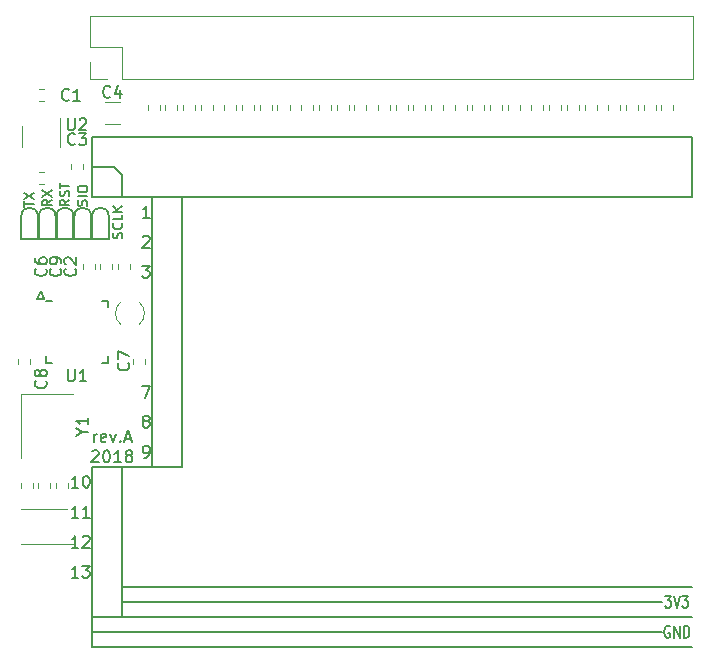
<source format=gto>
G04 #@! TF.FileFunction,Legend,Top*
%FSLAX46Y46*%
G04 Gerber Fmt 4.6, Leading zero omitted, Abs format (unit mm)*
G04 Created by KiCad (PCBNEW 4.0.7) date Tue Mar 13 09:57:10 2018*
%MOMM*%
%LPD*%
G01*
G04 APERTURE LIST*
%ADD10C,0.100000*%
%ADD11C,0.200000*%
%ADD12C,0.150000*%
%ADD13C,0.120000*%
G04 APERTURE END LIST*
D10*
D11*
X127127143Y-114752381D02*
X126555714Y-114752381D01*
X126841428Y-114752381D02*
X126841428Y-113752381D01*
X126746190Y-113895238D01*
X126650952Y-113990476D01*
X126555714Y-114038095D01*
X128079524Y-114752381D02*
X127508095Y-114752381D01*
X127793809Y-114752381D02*
X127793809Y-113752381D01*
X127698571Y-113895238D01*
X127603333Y-113990476D01*
X127508095Y-114038095D01*
X127127143Y-119832381D02*
X126555714Y-119832381D01*
X126841428Y-119832381D02*
X126841428Y-118832381D01*
X126746190Y-118975238D01*
X126650952Y-119070476D01*
X126555714Y-119118095D01*
X127460476Y-118832381D02*
X128079524Y-118832381D01*
X127746190Y-119213333D01*
X127889048Y-119213333D01*
X127984286Y-119260952D01*
X128031905Y-119308571D01*
X128079524Y-119403810D01*
X128079524Y-119641905D01*
X128031905Y-119737143D01*
X127984286Y-119784762D01*
X127889048Y-119832381D01*
X127603333Y-119832381D01*
X127508095Y-119784762D01*
X127460476Y-119737143D01*
X127127143Y-117292381D02*
X126555714Y-117292381D01*
X126841428Y-117292381D02*
X126841428Y-116292381D01*
X126746190Y-116435238D01*
X126650952Y-116530476D01*
X126555714Y-116578095D01*
X127508095Y-116387619D02*
X127555714Y-116340000D01*
X127650952Y-116292381D01*
X127889048Y-116292381D01*
X127984286Y-116340000D01*
X128031905Y-116387619D01*
X128079524Y-116482857D01*
X128079524Y-116578095D01*
X128031905Y-116720952D01*
X127460476Y-117292381D01*
X128079524Y-117292381D01*
X128452381Y-108352381D02*
X128452381Y-107685714D01*
X128452381Y-107876190D02*
X128500000Y-107780952D01*
X128547619Y-107733333D01*
X128642857Y-107685714D01*
X128738096Y-107685714D01*
X129452382Y-108304762D02*
X129357144Y-108352381D01*
X129166667Y-108352381D01*
X129071429Y-108304762D01*
X129023810Y-108209524D01*
X129023810Y-107828571D01*
X129071429Y-107733333D01*
X129166667Y-107685714D01*
X129357144Y-107685714D01*
X129452382Y-107733333D01*
X129500001Y-107828571D01*
X129500001Y-107923810D01*
X129023810Y-108019048D01*
X129833334Y-107685714D02*
X130071429Y-108352381D01*
X130309525Y-107685714D01*
X130690477Y-108257143D02*
X130738096Y-108304762D01*
X130690477Y-108352381D01*
X130642858Y-108304762D01*
X130690477Y-108257143D01*
X130690477Y-108352381D01*
X131119048Y-108066667D02*
X131595239Y-108066667D01*
X131023810Y-108352381D02*
X131357143Y-107352381D01*
X131690477Y-108352381D01*
X128285714Y-109147619D02*
X128333333Y-109100000D01*
X128428571Y-109052381D01*
X128666667Y-109052381D01*
X128761905Y-109100000D01*
X128809524Y-109147619D01*
X128857143Y-109242857D01*
X128857143Y-109338095D01*
X128809524Y-109480952D01*
X128238095Y-110052381D01*
X128857143Y-110052381D01*
X129476190Y-109052381D02*
X129571429Y-109052381D01*
X129666667Y-109100000D01*
X129714286Y-109147619D01*
X129761905Y-109242857D01*
X129809524Y-109433333D01*
X129809524Y-109671429D01*
X129761905Y-109861905D01*
X129714286Y-109957143D01*
X129666667Y-110004762D01*
X129571429Y-110052381D01*
X129476190Y-110052381D01*
X129380952Y-110004762D01*
X129333333Y-109957143D01*
X129285714Y-109861905D01*
X129238095Y-109671429D01*
X129238095Y-109433333D01*
X129285714Y-109242857D01*
X129333333Y-109147619D01*
X129380952Y-109100000D01*
X129476190Y-109052381D01*
X130761905Y-110052381D02*
X130190476Y-110052381D01*
X130476190Y-110052381D02*
X130476190Y-109052381D01*
X130380952Y-109195238D01*
X130285714Y-109290476D01*
X130190476Y-109338095D01*
X131333333Y-109480952D02*
X131238095Y-109433333D01*
X131190476Y-109385714D01*
X131142857Y-109290476D01*
X131142857Y-109242857D01*
X131190476Y-109147619D01*
X131238095Y-109100000D01*
X131333333Y-109052381D01*
X131523810Y-109052381D01*
X131619048Y-109100000D01*
X131666667Y-109147619D01*
X131714286Y-109242857D01*
X131714286Y-109290476D01*
X131666667Y-109385714D01*
X131619048Y-109433333D01*
X131523810Y-109480952D01*
X131333333Y-109480952D01*
X131238095Y-109528571D01*
X131190476Y-109576190D01*
X131142857Y-109671429D01*
X131142857Y-109861905D01*
X131190476Y-109957143D01*
X131238095Y-110004762D01*
X131333333Y-110052381D01*
X131523810Y-110052381D01*
X131619048Y-110004762D01*
X131666667Y-109957143D01*
X131714286Y-109861905D01*
X131714286Y-109671429D01*
X131666667Y-109576190D01*
X131619048Y-109528571D01*
X131523810Y-109480952D01*
D12*
X123600000Y-96200000D02*
X124000000Y-95600000D01*
X124200000Y-96200000D02*
X123600000Y-96200000D01*
X124200000Y-96200000D02*
X124000000Y-95600000D01*
D11*
X130823810Y-91097619D02*
X130861905Y-90983333D01*
X130861905Y-90792857D01*
X130823810Y-90716667D01*
X130785714Y-90678571D01*
X130709524Y-90640476D01*
X130633333Y-90640476D01*
X130557143Y-90678571D01*
X130519048Y-90716667D01*
X130480952Y-90792857D01*
X130442857Y-90945238D01*
X130404762Y-91021429D01*
X130366667Y-91059524D01*
X130290476Y-91097619D01*
X130214286Y-91097619D01*
X130138095Y-91059524D01*
X130100000Y-91021429D01*
X130061905Y-90945238D01*
X130061905Y-90754762D01*
X130100000Y-90640476D01*
X130785714Y-89840476D02*
X130823810Y-89878571D01*
X130861905Y-89992857D01*
X130861905Y-90069047D01*
X130823810Y-90183333D01*
X130747619Y-90259524D01*
X130671429Y-90297619D01*
X130519048Y-90335714D01*
X130404762Y-90335714D01*
X130252381Y-90297619D01*
X130176190Y-90259524D01*
X130100000Y-90183333D01*
X130061905Y-90069047D01*
X130061905Y-89992857D01*
X130100000Y-89878571D01*
X130138095Y-89840476D01*
X130861905Y-89116666D02*
X130861905Y-89497619D01*
X130061905Y-89497619D01*
X130861905Y-88850000D02*
X130061905Y-88850000D01*
X130861905Y-88392857D02*
X130404762Y-88735714D01*
X130061905Y-88392857D02*
X130519048Y-88850000D01*
X127823810Y-88347619D02*
X127861905Y-88233333D01*
X127861905Y-88042857D01*
X127823810Y-87966667D01*
X127785714Y-87928571D01*
X127709524Y-87890476D01*
X127633333Y-87890476D01*
X127557143Y-87928571D01*
X127519048Y-87966667D01*
X127480952Y-88042857D01*
X127442857Y-88195238D01*
X127404762Y-88271429D01*
X127366667Y-88309524D01*
X127290476Y-88347619D01*
X127214286Y-88347619D01*
X127138095Y-88309524D01*
X127100000Y-88271429D01*
X127061905Y-88195238D01*
X127061905Y-88004762D01*
X127100000Y-87890476D01*
X127861905Y-87547619D02*
X127061905Y-87547619D01*
X127061905Y-87014286D02*
X127061905Y-86861905D01*
X127100000Y-86785714D01*
X127176190Y-86709524D01*
X127328571Y-86671429D01*
X127595238Y-86671429D01*
X127747619Y-86709524D01*
X127823810Y-86785714D01*
X127861905Y-86861905D01*
X127861905Y-87014286D01*
X127823810Y-87090476D01*
X127747619Y-87166667D01*
X127595238Y-87204762D01*
X127328571Y-87204762D01*
X127176190Y-87166667D01*
X127100000Y-87090476D01*
X127061905Y-87014286D01*
X126361905Y-87852381D02*
X125980952Y-88119048D01*
X126361905Y-88309524D02*
X125561905Y-88309524D01*
X125561905Y-88004762D01*
X125600000Y-87928571D01*
X125638095Y-87890476D01*
X125714286Y-87852381D01*
X125828571Y-87852381D01*
X125904762Y-87890476D01*
X125942857Y-87928571D01*
X125980952Y-88004762D01*
X125980952Y-88309524D01*
X126323810Y-87547619D02*
X126361905Y-87433333D01*
X126361905Y-87242857D01*
X126323810Y-87166667D01*
X126285714Y-87128571D01*
X126209524Y-87090476D01*
X126133333Y-87090476D01*
X126057143Y-87128571D01*
X126019048Y-87166667D01*
X125980952Y-87242857D01*
X125942857Y-87395238D01*
X125904762Y-87471429D01*
X125866667Y-87509524D01*
X125790476Y-87547619D01*
X125714286Y-87547619D01*
X125638095Y-87509524D01*
X125600000Y-87471429D01*
X125561905Y-87395238D01*
X125561905Y-87204762D01*
X125600000Y-87090476D01*
X125561905Y-86861905D02*
X125561905Y-86404762D01*
X126361905Y-86633333D02*
X125561905Y-86633333D01*
X124861905Y-87852381D02*
X124480952Y-88119048D01*
X124861905Y-88309524D02*
X124061905Y-88309524D01*
X124061905Y-88004762D01*
X124100000Y-87928571D01*
X124138095Y-87890476D01*
X124214286Y-87852381D01*
X124328571Y-87852381D01*
X124404762Y-87890476D01*
X124442857Y-87928571D01*
X124480952Y-88004762D01*
X124480952Y-88309524D01*
X124061905Y-87585714D02*
X124861905Y-87052381D01*
X124061905Y-87052381D02*
X124861905Y-87585714D01*
X122561905Y-88423810D02*
X122561905Y-87966667D01*
X123361905Y-88195238D02*
X122561905Y-88195238D01*
X122561905Y-87776190D02*
X123361905Y-87242857D01*
X122561905Y-87242857D02*
X123361905Y-87776190D01*
X127127143Y-112212381D02*
X126555714Y-112212381D01*
X126841428Y-112212381D02*
X126841428Y-111212381D01*
X126746190Y-111355238D01*
X126650952Y-111450476D01*
X126555714Y-111498095D01*
X127746190Y-111212381D02*
X127841429Y-111212381D01*
X127936667Y-111260000D01*
X127984286Y-111307619D01*
X128031905Y-111402857D01*
X128079524Y-111593333D01*
X128079524Y-111831429D01*
X128031905Y-112021905D01*
X127984286Y-112117143D01*
X127936667Y-112164762D01*
X127841429Y-112212381D01*
X127746190Y-112212381D01*
X127650952Y-112164762D01*
X127603333Y-112117143D01*
X127555714Y-112021905D01*
X127508095Y-111831429D01*
X127508095Y-111593333D01*
X127555714Y-111402857D01*
X127603333Y-111307619D01*
X127650952Y-111260000D01*
X127746190Y-111212381D01*
X132683333Y-109672381D02*
X132873809Y-109672381D01*
X132969048Y-109624762D01*
X133016667Y-109577143D01*
X133111905Y-109434286D01*
X133159524Y-109243810D01*
X133159524Y-108862857D01*
X133111905Y-108767619D01*
X133064286Y-108720000D01*
X132969048Y-108672381D01*
X132778571Y-108672381D01*
X132683333Y-108720000D01*
X132635714Y-108767619D01*
X132588095Y-108862857D01*
X132588095Y-109100952D01*
X132635714Y-109196190D01*
X132683333Y-109243810D01*
X132778571Y-109291429D01*
X132969048Y-109291429D01*
X133064286Y-109243810D01*
X133111905Y-109196190D01*
X133159524Y-109100952D01*
X132778571Y-106560952D02*
X132683333Y-106513333D01*
X132635714Y-106465714D01*
X132588095Y-106370476D01*
X132588095Y-106322857D01*
X132635714Y-106227619D01*
X132683333Y-106180000D01*
X132778571Y-106132381D01*
X132969048Y-106132381D01*
X133064286Y-106180000D01*
X133111905Y-106227619D01*
X133159524Y-106322857D01*
X133159524Y-106370476D01*
X133111905Y-106465714D01*
X133064286Y-106513333D01*
X132969048Y-106560952D01*
X132778571Y-106560952D01*
X132683333Y-106608571D01*
X132635714Y-106656190D01*
X132588095Y-106751429D01*
X132588095Y-106941905D01*
X132635714Y-107037143D01*
X132683333Y-107084762D01*
X132778571Y-107132381D01*
X132969048Y-107132381D01*
X133064286Y-107084762D01*
X133111905Y-107037143D01*
X133159524Y-106941905D01*
X133159524Y-106751429D01*
X133111905Y-106656190D01*
X133064286Y-106608571D01*
X132969048Y-106560952D01*
X132540476Y-103592381D02*
X133207143Y-103592381D01*
X132778571Y-104592381D01*
X132540476Y-93432381D02*
X133159524Y-93432381D01*
X132826190Y-93813333D01*
X132969048Y-93813333D01*
X133064286Y-93860952D01*
X133111905Y-93908571D01*
X133159524Y-94003810D01*
X133159524Y-94241905D01*
X133111905Y-94337143D01*
X133064286Y-94384762D01*
X132969048Y-94432381D01*
X132683333Y-94432381D01*
X132588095Y-94384762D01*
X132540476Y-94337143D01*
X132588095Y-90987619D02*
X132635714Y-90940000D01*
X132730952Y-90892381D01*
X132969048Y-90892381D01*
X133064286Y-90940000D01*
X133111905Y-90987619D01*
X133159524Y-91082857D01*
X133159524Y-91178095D01*
X133111905Y-91320952D01*
X132540476Y-91892381D01*
X133159524Y-91892381D01*
X133159524Y-89352381D02*
X132588095Y-89352381D01*
X132873809Y-89352381D02*
X132873809Y-88352381D01*
X132778571Y-88495238D01*
X132683333Y-88590476D01*
X132588095Y-88638095D01*
D13*
X130810000Y-77590000D02*
X179190000Y-77590000D01*
X179190000Y-77590000D02*
X179190000Y-72270000D01*
X179190000Y-72270000D02*
X128150000Y-72270000D01*
X128150000Y-72270000D02*
X128150000Y-74930000D01*
X128150000Y-74930000D02*
X130810000Y-74930000D01*
X130810000Y-74930000D02*
X130810000Y-77590000D01*
X129540000Y-77590000D02*
X128150000Y-77590000D01*
X128150000Y-77590000D02*
X128150000Y-76200000D01*
X122390000Y-81600000D02*
X122390000Y-83400000D01*
X125610000Y-83400000D02*
X125610000Y-80950000D01*
X126700000Y-104300000D02*
X122300000Y-104300000D01*
X122300000Y-104300000D02*
X122300000Y-109700000D01*
X130718186Y-96500439D02*
G75*
G03X130718719Y-98400000I781814J-949561D01*
G01*
X132281814Y-96500439D02*
G75*
G02X132281281Y-98400000I-781814J-949561D01*
G01*
D12*
X129625000Y-96375000D02*
X129625000Y-96900000D01*
X124375000Y-101625000D02*
X124375000Y-101100000D01*
X129625000Y-101625000D02*
X129625000Y-101100000D01*
X124375000Y-96375000D02*
X124900000Y-96375000D01*
X124375000Y-101625000D02*
X124900000Y-101625000D01*
X129625000Y-101625000D02*
X129100000Y-101625000D01*
X129625000Y-96375000D02*
X129100000Y-96375000D01*
X123700000Y-89200000D02*
G75*
G03X122300000Y-89200000I-700000J0D01*
G01*
X123700000Y-91200000D02*
X122300000Y-91200000D01*
X122300000Y-91200000D02*
X122300000Y-89200000D01*
X123700000Y-89200000D02*
X123700000Y-91200000D01*
X125200000Y-89200000D02*
G75*
G03X123800000Y-89200000I-700000J0D01*
G01*
X125200000Y-91200000D02*
X123800000Y-91200000D01*
X123800000Y-91200000D02*
X123800000Y-89200000D01*
X125200000Y-89200000D02*
X125200000Y-91200000D01*
X126700000Y-89200000D02*
G75*
G03X125300000Y-89200000I-700000J0D01*
G01*
X126700000Y-91200000D02*
X125300000Y-91200000D01*
X125300000Y-91200000D02*
X125300000Y-89200000D01*
X126700000Y-89200000D02*
X126700000Y-91200000D01*
X128200000Y-89200000D02*
G75*
G03X126800000Y-89200000I-700000J0D01*
G01*
X128200000Y-91200000D02*
X126800000Y-91200000D01*
X126800000Y-91200000D02*
X126800000Y-89200000D01*
X128200000Y-89200000D02*
X128200000Y-91200000D01*
X129700000Y-89200000D02*
G75*
G03X128300000Y-89200000I-700000J0D01*
G01*
X129700000Y-91200000D02*
X128300000Y-91200000D01*
X128300000Y-91200000D02*
X128300000Y-89200000D01*
X129700000Y-89200000D02*
X129700000Y-91200000D01*
D13*
X126750000Y-116200000D02*
X126750000Y-117000000D01*
X126750044Y-117000000D02*
X122300000Y-117000000D01*
X126200000Y-114000000D02*
X122300000Y-114000000D01*
X129350000Y-79590000D02*
X130650000Y-79590000D01*
X129350000Y-81410000D02*
X130650000Y-81410000D01*
X134010000Y-79780000D02*
X134010000Y-80220000D01*
X132990000Y-79780000D02*
X132990000Y-80220000D01*
X135510000Y-79780000D02*
X135510000Y-80220000D01*
X134490000Y-79780000D02*
X134490000Y-80220000D01*
X137010000Y-79780000D02*
X137010000Y-80220000D01*
X135990000Y-79780000D02*
X135990000Y-80220000D01*
X138510000Y-79780000D02*
X138510000Y-80220000D01*
X137490000Y-79780000D02*
X137490000Y-80220000D01*
X140510000Y-79780000D02*
X140510000Y-80220000D01*
X139490000Y-79780000D02*
X139490000Y-80220000D01*
X142010000Y-79780000D02*
X142010000Y-80220000D01*
X140990000Y-79780000D02*
X140990000Y-80220000D01*
X143510000Y-79780000D02*
X143510000Y-80220000D01*
X142490000Y-79780000D02*
X142490000Y-80220000D01*
X145010000Y-79780000D02*
X145010000Y-80220000D01*
X143990000Y-79780000D02*
X143990000Y-80220000D01*
X147010000Y-79780000D02*
X147010000Y-80220000D01*
X145990000Y-79780000D02*
X145990000Y-80220000D01*
X148510000Y-79780000D02*
X148510000Y-80220000D01*
X147490000Y-79780000D02*
X147490000Y-80220000D01*
X150010000Y-79780000D02*
X150010000Y-80220000D01*
X148990000Y-79780000D02*
X148990000Y-80220000D01*
X151510000Y-79780000D02*
X151510000Y-80220000D01*
X150490000Y-79780000D02*
X150490000Y-80220000D01*
X153510000Y-79780000D02*
X153510000Y-80220000D01*
X152490000Y-79780000D02*
X152490000Y-80220000D01*
X155010000Y-79780000D02*
X155010000Y-80220000D01*
X153990000Y-79780000D02*
X153990000Y-80220000D01*
X156510000Y-79780000D02*
X156510000Y-80220000D01*
X155490000Y-79780000D02*
X155490000Y-80220000D01*
X158010000Y-79780000D02*
X158010000Y-80220000D01*
X156990000Y-79780000D02*
X156990000Y-80220000D01*
X160010000Y-79780000D02*
X160010000Y-80220000D01*
X158990000Y-79780000D02*
X158990000Y-80220000D01*
X161510000Y-79780000D02*
X161510000Y-80220000D01*
X160490000Y-79780000D02*
X160490000Y-80220000D01*
X163010000Y-79780000D02*
X163010000Y-80220000D01*
X161990000Y-79780000D02*
X161990000Y-80220000D01*
X164510000Y-79780000D02*
X164510000Y-80220000D01*
X163490000Y-79780000D02*
X163490000Y-80220000D01*
X166510000Y-79780000D02*
X166510000Y-80220000D01*
X165490000Y-79780000D02*
X165490000Y-80220000D01*
X168010000Y-79780000D02*
X168010000Y-80220000D01*
X166990000Y-79780000D02*
X166990000Y-80220000D01*
X169510000Y-79780000D02*
X169510000Y-80220000D01*
X168490000Y-79780000D02*
X168490000Y-80220000D01*
X171010000Y-79780000D02*
X171010000Y-80220000D01*
X169990000Y-79780000D02*
X169990000Y-80220000D01*
X173010000Y-79780000D02*
X173010000Y-80220000D01*
X171990000Y-79780000D02*
X171990000Y-80220000D01*
X174510000Y-79780000D02*
X174510000Y-80220000D01*
X173490000Y-79780000D02*
X173490000Y-80220000D01*
X176010000Y-79780000D02*
X176010000Y-80220000D01*
X174990000Y-79780000D02*
X174990000Y-80220000D01*
X177510000Y-79780000D02*
X177510000Y-80220000D01*
X176490000Y-79780000D02*
X176490000Y-80220000D01*
X123740000Y-112220000D02*
X123740000Y-111780000D01*
X124760000Y-112220000D02*
X124760000Y-111780000D01*
X122240000Y-112220000D02*
X122240000Y-111780000D01*
X123260000Y-112220000D02*
X123260000Y-111780000D01*
X125240000Y-112220000D02*
X125240000Y-111780000D01*
X126260000Y-112220000D02*
X126260000Y-111780000D01*
X124220000Y-79510000D02*
X123780000Y-79510000D01*
X124220000Y-78490000D02*
X123780000Y-78490000D01*
X127510000Y-84780000D02*
X127510000Y-85220000D01*
X126490000Y-84780000D02*
X126490000Y-85220000D01*
X123780000Y-85490000D02*
X124220000Y-85490000D01*
X123780000Y-86510000D02*
X124220000Y-86510000D01*
D12*
X128270000Y-124460000D02*
X176530000Y-124460000D01*
X130810000Y-121920000D02*
X176530000Y-121920000D01*
X130810000Y-120650000D02*
X179070000Y-120650000D01*
X133350000Y-87630000D02*
X133350000Y-110490000D01*
X135890000Y-87630000D02*
X133350000Y-87630000D01*
X135890000Y-110490000D02*
X135890000Y-87630000D01*
X128270000Y-110490000D02*
X135890000Y-110490000D01*
X130810000Y-87630000D02*
X130810000Y-85725000D01*
X130175000Y-85090000D02*
X130810000Y-85725000D01*
X128270000Y-85090000D02*
X130175000Y-85090000D01*
X179070000Y-125730000D02*
X130810000Y-125730000D01*
X128270000Y-123190000D02*
X179070000Y-123190000D01*
X130810000Y-123190000D02*
X130810000Y-110490000D01*
X128270000Y-125730000D02*
X130810000Y-125730000D01*
X128270000Y-110490000D02*
X128270000Y-125730000D01*
X128270000Y-87630000D02*
X128270000Y-82550000D01*
X179070000Y-87630000D02*
X128270000Y-87630000D01*
X179070000Y-82550000D02*
X179070000Y-87630000D01*
X128270000Y-82550000D02*
X179070000Y-82550000D01*
D13*
X123010000Y-101280000D02*
X123010000Y-101720000D01*
X121990000Y-101280000D02*
X121990000Y-101720000D01*
X132760000Y-101280000D02*
X132760000Y-101720000D01*
X131740000Y-101280000D02*
X131740000Y-101720000D01*
X130490000Y-93720000D02*
X130490000Y-93280000D01*
X131510000Y-93720000D02*
X131510000Y-93280000D01*
X127490000Y-93720000D02*
X127490000Y-93280000D01*
X128510000Y-93720000D02*
X128510000Y-93280000D01*
X128990000Y-93720000D02*
X128990000Y-93280000D01*
X130010000Y-93720000D02*
X130010000Y-93280000D01*
D12*
X126238095Y-80952381D02*
X126238095Y-81761905D01*
X126285714Y-81857143D01*
X126333333Y-81904762D01*
X126428571Y-81952381D01*
X126619048Y-81952381D01*
X126714286Y-81904762D01*
X126761905Y-81857143D01*
X126809524Y-81761905D01*
X126809524Y-80952381D01*
X127238095Y-81047619D02*
X127285714Y-81000000D01*
X127380952Y-80952381D01*
X127619048Y-80952381D01*
X127714286Y-81000000D01*
X127761905Y-81047619D01*
X127809524Y-81142857D01*
X127809524Y-81238095D01*
X127761905Y-81380952D01*
X127190476Y-81952381D01*
X127809524Y-81952381D01*
X127476190Y-107476191D02*
X127952381Y-107476191D01*
X126952381Y-107809524D02*
X127476190Y-107476191D01*
X126952381Y-107142857D01*
X127952381Y-106285714D02*
X127952381Y-106857143D01*
X127952381Y-106571429D02*
X126952381Y-106571429D01*
X127095238Y-106666667D01*
X127190476Y-106761905D01*
X127238095Y-106857143D01*
X126238095Y-102202381D02*
X126238095Y-103011905D01*
X126285714Y-103107143D01*
X126333333Y-103154762D01*
X126428571Y-103202381D01*
X126619048Y-103202381D01*
X126714286Y-103154762D01*
X126761905Y-103107143D01*
X126809524Y-103011905D01*
X126809524Y-102202381D01*
X127809524Y-103202381D02*
X127238095Y-103202381D01*
X127523809Y-103202381D02*
X127523809Y-102202381D01*
X127428571Y-102345238D01*
X127333333Y-102440476D01*
X127238095Y-102488095D01*
X129833334Y-79107143D02*
X129785715Y-79154762D01*
X129642858Y-79202381D01*
X129547620Y-79202381D01*
X129404762Y-79154762D01*
X129309524Y-79059524D01*
X129261905Y-78964286D01*
X129214286Y-78773810D01*
X129214286Y-78630952D01*
X129261905Y-78440476D01*
X129309524Y-78345238D01*
X129404762Y-78250000D01*
X129547620Y-78202381D01*
X129642858Y-78202381D01*
X129785715Y-78250000D01*
X129833334Y-78297619D01*
X130690477Y-78535714D02*
X130690477Y-79202381D01*
X130452381Y-78154762D02*
X130214286Y-78869048D01*
X130833334Y-78869048D01*
X126333334Y-79357143D02*
X126285715Y-79404762D01*
X126142858Y-79452381D01*
X126047620Y-79452381D01*
X125904762Y-79404762D01*
X125809524Y-79309524D01*
X125761905Y-79214286D01*
X125714286Y-79023810D01*
X125714286Y-78880952D01*
X125761905Y-78690476D01*
X125809524Y-78595238D01*
X125904762Y-78500000D01*
X126047620Y-78452381D01*
X126142858Y-78452381D01*
X126285715Y-78500000D01*
X126333334Y-78547619D01*
X127285715Y-79452381D02*
X126714286Y-79452381D01*
X127000000Y-79452381D02*
X127000000Y-78452381D01*
X126904762Y-78595238D01*
X126809524Y-78690476D01*
X126714286Y-78738095D01*
X126833334Y-83107143D02*
X126785715Y-83154762D01*
X126642858Y-83202381D01*
X126547620Y-83202381D01*
X126404762Y-83154762D01*
X126309524Y-83059524D01*
X126261905Y-82964286D01*
X126214286Y-82773810D01*
X126214286Y-82630952D01*
X126261905Y-82440476D01*
X126309524Y-82345238D01*
X126404762Y-82250000D01*
X126547620Y-82202381D01*
X126642858Y-82202381D01*
X126785715Y-82250000D01*
X126833334Y-82297619D01*
X127166667Y-82202381D02*
X127785715Y-82202381D01*
X127452381Y-82583333D01*
X127595239Y-82583333D01*
X127690477Y-82630952D01*
X127738096Y-82678571D01*
X127785715Y-82773810D01*
X127785715Y-83011905D01*
X127738096Y-83107143D01*
X127690477Y-83154762D01*
X127595239Y-83202381D01*
X127309524Y-83202381D01*
X127214286Y-83154762D01*
X127166667Y-83107143D01*
X177190477Y-123960000D02*
X177114286Y-123912381D01*
X177000001Y-123912381D01*
X176885715Y-123960000D01*
X176809524Y-124055238D01*
X176771429Y-124150476D01*
X176733334Y-124340952D01*
X176733334Y-124483810D01*
X176771429Y-124674286D01*
X176809524Y-124769524D01*
X176885715Y-124864762D01*
X177000001Y-124912381D01*
X177076191Y-124912381D01*
X177190477Y-124864762D01*
X177228572Y-124817143D01*
X177228572Y-124483810D01*
X177076191Y-124483810D01*
X177571429Y-124912381D02*
X177571429Y-123912381D01*
X178028572Y-124912381D01*
X178028572Y-123912381D01*
X178409524Y-124912381D02*
X178409524Y-123912381D01*
X178600000Y-123912381D01*
X178714286Y-123960000D01*
X178790477Y-124055238D01*
X178828572Y-124150476D01*
X178866667Y-124340952D01*
X178866667Y-124483810D01*
X178828572Y-124674286D01*
X178790477Y-124769524D01*
X178714286Y-124864762D01*
X178600000Y-124912381D01*
X178409524Y-124912381D01*
X176809524Y-121372381D02*
X177304762Y-121372381D01*
X177038095Y-121753333D01*
X177152381Y-121753333D01*
X177228571Y-121800952D01*
X177266667Y-121848571D01*
X177304762Y-121943810D01*
X177304762Y-122181905D01*
X177266667Y-122277143D01*
X177228571Y-122324762D01*
X177152381Y-122372381D01*
X176923809Y-122372381D01*
X176847619Y-122324762D01*
X176809524Y-122277143D01*
X177533333Y-121372381D02*
X177800000Y-122372381D01*
X178066667Y-121372381D01*
X178257143Y-121372381D02*
X178752381Y-121372381D01*
X178485714Y-121753333D01*
X178600000Y-121753333D01*
X178676190Y-121800952D01*
X178714286Y-121848571D01*
X178752381Y-121943810D01*
X178752381Y-122181905D01*
X178714286Y-122277143D01*
X178676190Y-122324762D01*
X178600000Y-122372381D01*
X178371428Y-122372381D01*
X178295238Y-122324762D01*
X178257143Y-122277143D01*
X124357143Y-103166666D02*
X124404762Y-103214285D01*
X124452381Y-103357142D01*
X124452381Y-103452380D01*
X124404762Y-103595238D01*
X124309524Y-103690476D01*
X124214286Y-103738095D01*
X124023810Y-103785714D01*
X123880952Y-103785714D01*
X123690476Y-103738095D01*
X123595238Y-103690476D01*
X123500000Y-103595238D01*
X123452381Y-103452380D01*
X123452381Y-103357142D01*
X123500000Y-103214285D01*
X123547619Y-103166666D01*
X123880952Y-102595238D02*
X123833333Y-102690476D01*
X123785714Y-102738095D01*
X123690476Y-102785714D01*
X123642857Y-102785714D01*
X123547619Y-102738095D01*
X123500000Y-102690476D01*
X123452381Y-102595238D01*
X123452381Y-102404761D01*
X123500000Y-102309523D01*
X123547619Y-102261904D01*
X123642857Y-102214285D01*
X123690476Y-102214285D01*
X123785714Y-102261904D01*
X123833333Y-102309523D01*
X123880952Y-102404761D01*
X123880952Y-102595238D01*
X123928571Y-102690476D01*
X123976190Y-102738095D01*
X124071429Y-102785714D01*
X124261905Y-102785714D01*
X124357143Y-102738095D01*
X124404762Y-102690476D01*
X124452381Y-102595238D01*
X124452381Y-102404761D01*
X124404762Y-102309523D01*
X124357143Y-102261904D01*
X124261905Y-102214285D01*
X124071429Y-102214285D01*
X123976190Y-102261904D01*
X123928571Y-102309523D01*
X123880952Y-102404761D01*
X131357143Y-101666666D02*
X131404762Y-101714285D01*
X131452381Y-101857142D01*
X131452381Y-101952380D01*
X131404762Y-102095238D01*
X131309524Y-102190476D01*
X131214286Y-102238095D01*
X131023810Y-102285714D01*
X130880952Y-102285714D01*
X130690476Y-102238095D01*
X130595238Y-102190476D01*
X130500000Y-102095238D01*
X130452381Y-101952380D01*
X130452381Y-101857142D01*
X130500000Y-101714285D01*
X130547619Y-101666666D01*
X130452381Y-101333333D02*
X130452381Y-100666666D01*
X131452381Y-101095238D01*
X126857143Y-93666666D02*
X126904762Y-93714285D01*
X126952381Y-93857142D01*
X126952381Y-93952380D01*
X126904762Y-94095238D01*
X126809524Y-94190476D01*
X126714286Y-94238095D01*
X126523810Y-94285714D01*
X126380952Y-94285714D01*
X126190476Y-94238095D01*
X126095238Y-94190476D01*
X126000000Y-94095238D01*
X125952381Y-93952380D01*
X125952381Y-93857142D01*
X126000000Y-93714285D01*
X126047619Y-93666666D01*
X126047619Y-93285714D02*
X126000000Y-93238095D01*
X125952381Y-93142857D01*
X125952381Y-92904761D01*
X126000000Y-92809523D01*
X126047619Y-92761904D01*
X126142857Y-92714285D01*
X126238095Y-92714285D01*
X126380952Y-92761904D01*
X126952381Y-93333333D01*
X126952381Y-92714285D01*
X124357143Y-93666666D02*
X124404762Y-93714285D01*
X124452381Y-93857142D01*
X124452381Y-93952380D01*
X124404762Y-94095238D01*
X124309524Y-94190476D01*
X124214286Y-94238095D01*
X124023810Y-94285714D01*
X123880952Y-94285714D01*
X123690476Y-94238095D01*
X123595238Y-94190476D01*
X123500000Y-94095238D01*
X123452381Y-93952380D01*
X123452381Y-93857142D01*
X123500000Y-93714285D01*
X123547619Y-93666666D01*
X123452381Y-92809523D02*
X123452381Y-93000000D01*
X123500000Y-93095238D01*
X123547619Y-93142857D01*
X123690476Y-93238095D01*
X123880952Y-93285714D01*
X124261905Y-93285714D01*
X124357143Y-93238095D01*
X124404762Y-93190476D01*
X124452381Y-93095238D01*
X124452381Y-92904761D01*
X124404762Y-92809523D01*
X124357143Y-92761904D01*
X124261905Y-92714285D01*
X124023810Y-92714285D01*
X123928571Y-92761904D01*
X123880952Y-92809523D01*
X123833333Y-92904761D01*
X123833333Y-93095238D01*
X123880952Y-93190476D01*
X123928571Y-93238095D01*
X124023810Y-93285714D01*
X125607143Y-93666666D02*
X125654762Y-93714285D01*
X125702381Y-93857142D01*
X125702381Y-93952380D01*
X125654762Y-94095238D01*
X125559524Y-94190476D01*
X125464286Y-94238095D01*
X125273810Y-94285714D01*
X125130952Y-94285714D01*
X124940476Y-94238095D01*
X124845238Y-94190476D01*
X124750000Y-94095238D01*
X124702381Y-93952380D01*
X124702381Y-93857142D01*
X124750000Y-93714285D01*
X124797619Y-93666666D01*
X125702381Y-93190476D02*
X125702381Y-93000000D01*
X125654762Y-92904761D01*
X125607143Y-92857142D01*
X125464286Y-92761904D01*
X125273810Y-92714285D01*
X124892857Y-92714285D01*
X124797619Y-92761904D01*
X124750000Y-92809523D01*
X124702381Y-92904761D01*
X124702381Y-93095238D01*
X124750000Y-93190476D01*
X124797619Y-93238095D01*
X124892857Y-93285714D01*
X125130952Y-93285714D01*
X125226190Y-93238095D01*
X125273810Y-93190476D01*
X125321429Y-93095238D01*
X125321429Y-92904761D01*
X125273810Y-92809523D01*
X125226190Y-92761904D01*
X125130952Y-92714285D01*
M02*

</source>
